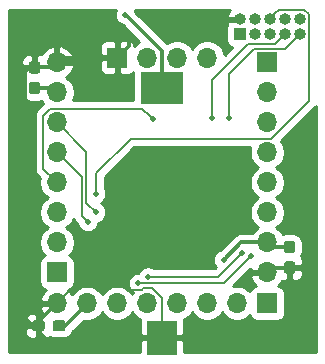
<source format=gbl>
G04 #@! TF.GenerationSoftware,KiCad,Pcbnew,(5.1.5-0-10_14)*
G04 #@! TF.CreationDate,2020-04-26T19:30:02+09:00*
G04 #@! TF.ProjectId,TriCon,54726943-6f6e-42e6-9b69-6361645f7063,1.0*
G04 #@! TF.SameCoordinates,Original*
G04 #@! TF.FileFunction,Copper,L2,Bot*
G04 #@! TF.FilePolarity,Positive*
%FSLAX46Y46*%
G04 Gerber Fmt 4.6, Leading zero omitted, Abs format (unit mm)*
G04 Created by KiCad (PCBNEW (5.1.5-0-10_14)) date 2020-04-26 19:30:02*
%MOMM*%
%LPD*%
G04 APERTURE LIST*
%ADD10R,3.600000X2.700000*%
%ADD11R,2.500000X3.000000*%
%ADD12O,1.000000X1.000000*%
%ADD13R,1.000000X1.000000*%
%ADD14O,1.700000X1.700000*%
%ADD15R,1.700000X1.700000*%
%ADD16C,0.100000*%
%ADD17C,0.508000*%
%ADD18C,0.304800*%
%ADD19C,0.203200*%
%ADD20C,0.254000*%
G04 APERTURE END LIST*
D10*
X149900000Y-90700000D03*
D11*
X149900000Y-111800000D03*
D12*
X161540000Y-84830000D03*
X161540000Y-86100000D03*
X160270000Y-84830000D03*
X160270000Y-86100000D03*
X159000000Y-84830000D03*
X159000000Y-86100000D03*
X157730000Y-84830000D03*
X157730000Y-86100000D03*
X156460000Y-84830000D03*
D13*
X156460000Y-86100000D03*
D14*
X153720000Y-88100000D03*
X151180000Y-88100000D03*
X148640000Y-88100000D03*
D15*
X146100000Y-88100000D03*
D14*
X141020000Y-108900000D03*
X143560000Y-108900000D03*
X146100000Y-108900000D03*
X148640000Y-108900000D03*
X151180000Y-108900000D03*
X153720000Y-108900000D03*
X156260000Y-108900000D03*
D15*
X158800000Y-108900000D03*
D14*
X158800000Y-106280000D03*
X158800000Y-103740000D03*
X158800000Y-101200000D03*
X158800000Y-98660000D03*
X158800000Y-96120000D03*
X158800000Y-93580000D03*
X158800000Y-91040000D03*
D15*
X158800000Y-88500000D03*
D14*
X141000000Y-88500000D03*
X141000000Y-91040000D03*
X141000000Y-93580000D03*
X141000000Y-96120000D03*
X141000000Y-98660000D03*
X141000000Y-101200000D03*
X141000000Y-103740000D03*
D15*
X141000000Y-106280000D03*
G04 #@! TA.AperFunction,SMDPad,CuDef*
D16*
G36*
X160960779Y-105351144D02*
G01*
X160983834Y-105354563D01*
X161006443Y-105360227D01*
X161028387Y-105368079D01*
X161049457Y-105378044D01*
X161069448Y-105390026D01*
X161088168Y-105403910D01*
X161105438Y-105419562D01*
X161121090Y-105436832D01*
X161134974Y-105455552D01*
X161146956Y-105475543D01*
X161156921Y-105496613D01*
X161164773Y-105518557D01*
X161170437Y-105541166D01*
X161173856Y-105564221D01*
X161175000Y-105587500D01*
X161175000Y-106162500D01*
X161173856Y-106185779D01*
X161170437Y-106208834D01*
X161164773Y-106231443D01*
X161156921Y-106253387D01*
X161146956Y-106274457D01*
X161134974Y-106294448D01*
X161121090Y-106313168D01*
X161105438Y-106330438D01*
X161088168Y-106346090D01*
X161069448Y-106359974D01*
X161049457Y-106371956D01*
X161028387Y-106381921D01*
X161006443Y-106389773D01*
X160983834Y-106395437D01*
X160960779Y-106398856D01*
X160937500Y-106400000D01*
X160462500Y-106400000D01*
X160439221Y-106398856D01*
X160416166Y-106395437D01*
X160393557Y-106389773D01*
X160371613Y-106381921D01*
X160350543Y-106371956D01*
X160330552Y-106359974D01*
X160311832Y-106346090D01*
X160294562Y-106330438D01*
X160278910Y-106313168D01*
X160265026Y-106294448D01*
X160253044Y-106274457D01*
X160243079Y-106253387D01*
X160235227Y-106231443D01*
X160229563Y-106208834D01*
X160226144Y-106185779D01*
X160225000Y-106162500D01*
X160225000Y-105587500D01*
X160226144Y-105564221D01*
X160229563Y-105541166D01*
X160235227Y-105518557D01*
X160243079Y-105496613D01*
X160253044Y-105475543D01*
X160265026Y-105455552D01*
X160278910Y-105436832D01*
X160294562Y-105419562D01*
X160311832Y-105403910D01*
X160330552Y-105390026D01*
X160350543Y-105378044D01*
X160371613Y-105368079D01*
X160393557Y-105360227D01*
X160416166Y-105354563D01*
X160439221Y-105351144D01*
X160462500Y-105350000D01*
X160937500Y-105350000D01*
X160960779Y-105351144D01*
G37*
G04 #@! TD.AperFunction*
G04 #@! TA.AperFunction,SMDPad,CuDef*
G36*
X160960779Y-103601144D02*
G01*
X160983834Y-103604563D01*
X161006443Y-103610227D01*
X161028387Y-103618079D01*
X161049457Y-103628044D01*
X161069448Y-103640026D01*
X161088168Y-103653910D01*
X161105438Y-103669562D01*
X161121090Y-103686832D01*
X161134974Y-103705552D01*
X161146956Y-103725543D01*
X161156921Y-103746613D01*
X161164773Y-103768557D01*
X161170437Y-103791166D01*
X161173856Y-103814221D01*
X161175000Y-103837500D01*
X161175000Y-104412500D01*
X161173856Y-104435779D01*
X161170437Y-104458834D01*
X161164773Y-104481443D01*
X161156921Y-104503387D01*
X161146956Y-104524457D01*
X161134974Y-104544448D01*
X161121090Y-104563168D01*
X161105438Y-104580438D01*
X161088168Y-104596090D01*
X161069448Y-104609974D01*
X161049457Y-104621956D01*
X161028387Y-104631921D01*
X161006443Y-104639773D01*
X160983834Y-104645437D01*
X160960779Y-104648856D01*
X160937500Y-104650000D01*
X160462500Y-104650000D01*
X160439221Y-104648856D01*
X160416166Y-104645437D01*
X160393557Y-104639773D01*
X160371613Y-104631921D01*
X160350543Y-104621956D01*
X160330552Y-104609974D01*
X160311832Y-104596090D01*
X160294562Y-104580438D01*
X160278910Y-104563168D01*
X160265026Y-104544448D01*
X160253044Y-104524457D01*
X160243079Y-104503387D01*
X160235227Y-104481443D01*
X160229563Y-104458834D01*
X160226144Y-104435779D01*
X160225000Y-104412500D01*
X160225000Y-103837500D01*
X160226144Y-103814221D01*
X160229563Y-103791166D01*
X160235227Y-103768557D01*
X160243079Y-103746613D01*
X160253044Y-103725543D01*
X160265026Y-103705552D01*
X160278910Y-103686832D01*
X160294562Y-103669562D01*
X160311832Y-103653910D01*
X160330552Y-103640026D01*
X160350543Y-103628044D01*
X160371613Y-103618079D01*
X160393557Y-103610227D01*
X160416166Y-103604563D01*
X160439221Y-103601144D01*
X160462500Y-103600000D01*
X160937500Y-103600000D01*
X160960779Y-103601144D01*
G37*
G04 #@! TD.AperFunction*
G04 #@! TA.AperFunction,SMDPad,CuDef*
G36*
X139735779Y-110326144D02*
G01*
X139758834Y-110329563D01*
X139781443Y-110335227D01*
X139803387Y-110343079D01*
X139824457Y-110353044D01*
X139844448Y-110365026D01*
X139863168Y-110378910D01*
X139880438Y-110394562D01*
X139896090Y-110411832D01*
X139909974Y-110430552D01*
X139921956Y-110450543D01*
X139931921Y-110471613D01*
X139939773Y-110493557D01*
X139945437Y-110516166D01*
X139948856Y-110539221D01*
X139950000Y-110562500D01*
X139950000Y-111037500D01*
X139948856Y-111060779D01*
X139945437Y-111083834D01*
X139939773Y-111106443D01*
X139931921Y-111128387D01*
X139921956Y-111149457D01*
X139909974Y-111169448D01*
X139896090Y-111188168D01*
X139880438Y-111205438D01*
X139863168Y-111221090D01*
X139844448Y-111234974D01*
X139824457Y-111246956D01*
X139803387Y-111256921D01*
X139781443Y-111264773D01*
X139758834Y-111270437D01*
X139735779Y-111273856D01*
X139712500Y-111275000D01*
X139137500Y-111275000D01*
X139114221Y-111273856D01*
X139091166Y-111270437D01*
X139068557Y-111264773D01*
X139046613Y-111256921D01*
X139025543Y-111246956D01*
X139005552Y-111234974D01*
X138986832Y-111221090D01*
X138969562Y-111205438D01*
X138953910Y-111188168D01*
X138940026Y-111169448D01*
X138928044Y-111149457D01*
X138918079Y-111128387D01*
X138910227Y-111106443D01*
X138904563Y-111083834D01*
X138901144Y-111060779D01*
X138900000Y-111037500D01*
X138900000Y-110562500D01*
X138901144Y-110539221D01*
X138904563Y-110516166D01*
X138910227Y-110493557D01*
X138918079Y-110471613D01*
X138928044Y-110450543D01*
X138940026Y-110430552D01*
X138953910Y-110411832D01*
X138969562Y-110394562D01*
X138986832Y-110378910D01*
X139005552Y-110365026D01*
X139025543Y-110353044D01*
X139046613Y-110343079D01*
X139068557Y-110335227D01*
X139091166Y-110329563D01*
X139114221Y-110326144D01*
X139137500Y-110325000D01*
X139712500Y-110325000D01*
X139735779Y-110326144D01*
G37*
G04 #@! TD.AperFunction*
G04 #@! TA.AperFunction,SMDPad,CuDef*
G36*
X141485779Y-110326144D02*
G01*
X141508834Y-110329563D01*
X141531443Y-110335227D01*
X141553387Y-110343079D01*
X141574457Y-110353044D01*
X141594448Y-110365026D01*
X141613168Y-110378910D01*
X141630438Y-110394562D01*
X141646090Y-110411832D01*
X141659974Y-110430552D01*
X141671956Y-110450543D01*
X141681921Y-110471613D01*
X141689773Y-110493557D01*
X141695437Y-110516166D01*
X141698856Y-110539221D01*
X141700000Y-110562500D01*
X141700000Y-111037500D01*
X141698856Y-111060779D01*
X141695437Y-111083834D01*
X141689773Y-111106443D01*
X141681921Y-111128387D01*
X141671956Y-111149457D01*
X141659974Y-111169448D01*
X141646090Y-111188168D01*
X141630438Y-111205438D01*
X141613168Y-111221090D01*
X141594448Y-111234974D01*
X141574457Y-111246956D01*
X141553387Y-111256921D01*
X141531443Y-111264773D01*
X141508834Y-111270437D01*
X141485779Y-111273856D01*
X141462500Y-111275000D01*
X140887500Y-111275000D01*
X140864221Y-111273856D01*
X140841166Y-111270437D01*
X140818557Y-111264773D01*
X140796613Y-111256921D01*
X140775543Y-111246956D01*
X140755552Y-111234974D01*
X140736832Y-111221090D01*
X140719562Y-111205438D01*
X140703910Y-111188168D01*
X140690026Y-111169448D01*
X140678044Y-111149457D01*
X140668079Y-111128387D01*
X140660227Y-111106443D01*
X140654563Y-111083834D01*
X140651144Y-111060779D01*
X140650000Y-111037500D01*
X140650000Y-110562500D01*
X140651144Y-110539221D01*
X140654563Y-110516166D01*
X140660227Y-110493557D01*
X140668079Y-110471613D01*
X140678044Y-110450543D01*
X140690026Y-110430552D01*
X140703910Y-110411832D01*
X140719562Y-110394562D01*
X140736832Y-110378910D01*
X140755552Y-110365026D01*
X140775543Y-110353044D01*
X140796613Y-110343079D01*
X140818557Y-110335227D01*
X140841166Y-110329563D01*
X140864221Y-110326144D01*
X140887500Y-110325000D01*
X141462500Y-110325000D01*
X141485779Y-110326144D01*
G37*
G04 #@! TD.AperFunction*
G04 #@! TA.AperFunction,SMDPad,CuDef*
G36*
X139360779Y-88401144D02*
G01*
X139383834Y-88404563D01*
X139406443Y-88410227D01*
X139428387Y-88418079D01*
X139449457Y-88428044D01*
X139469448Y-88440026D01*
X139488168Y-88453910D01*
X139505438Y-88469562D01*
X139521090Y-88486832D01*
X139534974Y-88505552D01*
X139546956Y-88525543D01*
X139556921Y-88546613D01*
X139564773Y-88568557D01*
X139570437Y-88591166D01*
X139573856Y-88614221D01*
X139575000Y-88637500D01*
X139575000Y-89212500D01*
X139573856Y-89235779D01*
X139570437Y-89258834D01*
X139564773Y-89281443D01*
X139556921Y-89303387D01*
X139546956Y-89324457D01*
X139534974Y-89344448D01*
X139521090Y-89363168D01*
X139505438Y-89380438D01*
X139488168Y-89396090D01*
X139469448Y-89409974D01*
X139449457Y-89421956D01*
X139428387Y-89431921D01*
X139406443Y-89439773D01*
X139383834Y-89445437D01*
X139360779Y-89448856D01*
X139337500Y-89450000D01*
X138862500Y-89450000D01*
X138839221Y-89448856D01*
X138816166Y-89445437D01*
X138793557Y-89439773D01*
X138771613Y-89431921D01*
X138750543Y-89421956D01*
X138730552Y-89409974D01*
X138711832Y-89396090D01*
X138694562Y-89380438D01*
X138678910Y-89363168D01*
X138665026Y-89344448D01*
X138653044Y-89324457D01*
X138643079Y-89303387D01*
X138635227Y-89281443D01*
X138629563Y-89258834D01*
X138626144Y-89235779D01*
X138625000Y-89212500D01*
X138625000Y-88637500D01*
X138626144Y-88614221D01*
X138629563Y-88591166D01*
X138635227Y-88568557D01*
X138643079Y-88546613D01*
X138653044Y-88525543D01*
X138665026Y-88505552D01*
X138678910Y-88486832D01*
X138694562Y-88469562D01*
X138711832Y-88453910D01*
X138730552Y-88440026D01*
X138750543Y-88428044D01*
X138771613Y-88418079D01*
X138793557Y-88410227D01*
X138816166Y-88404563D01*
X138839221Y-88401144D01*
X138862500Y-88400000D01*
X139337500Y-88400000D01*
X139360779Y-88401144D01*
G37*
G04 #@! TD.AperFunction*
G04 #@! TA.AperFunction,SMDPad,CuDef*
G36*
X139360779Y-90151144D02*
G01*
X139383834Y-90154563D01*
X139406443Y-90160227D01*
X139428387Y-90168079D01*
X139449457Y-90178044D01*
X139469448Y-90190026D01*
X139488168Y-90203910D01*
X139505438Y-90219562D01*
X139521090Y-90236832D01*
X139534974Y-90255552D01*
X139546956Y-90275543D01*
X139556921Y-90296613D01*
X139564773Y-90318557D01*
X139570437Y-90341166D01*
X139573856Y-90364221D01*
X139575000Y-90387500D01*
X139575000Y-90962500D01*
X139573856Y-90985779D01*
X139570437Y-91008834D01*
X139564773Y-91031443D01*
X139556921Y-91053387D01*
X139546956Y-91074457D01*
X139534974Y-91094448D01*
X139521090Y-91113168D01*
X139505438Y-91130438D01*
X139488168Y-91146090D01*
X139469448Y-91159974D01*
X139449457Y-91171956D01*
X139428387Y-91181921D01*
X139406443Y-91189773D01*
X139383834Y-91195437D01*
X139360779Y-91198856D01*
X139337500Y-91200000D01*
X138862500Y-91200000D01*
X138839221Y-91198856D01*
X138816166Y-91195437D01*
X138793557Y-91189773D01*
X138771613Y-91181921D01*
X138750543Y-91171956D01*
X138730552Y-91159974D01*
X138711832Y-91146090D01*
X138694562Y-91130438D01*
X138678910Y-91113168D01*
X138665026Y-91094448D01*
X138653044Y-91074457D01*
X138643079Y-91053387D01*
X138635227Y-91031443D01*
X138629563Y-91008834D01*
X138626144Y-90985779D01*
X138625000Y-90962500D01*
X138625000Y-90387500D01*
X138626144Y-90364221D01*
X138629563Y-90341166D01*
X138635227Y-90318557D01*
X138643079Y-90296613D01*
X138653044Y-90275543D01*
X138665026Y-90255552D01*
X138678910Y-90236832D01*
X138694562Y-90219562D01*
X138711832Y-90203910D01*
X138730552Y-90190026D01*
X138750543Y-90178044D01*
X138771613Y-90168079D01*
X138793557Y-90160227D01*
X138816166Y-90154563D01*
X138839221Y-90151144D01*
X138862500Y-90150000D01*
X139337500Y-90150000D01*
X139360779Y-90151144D01*
G37*
G04 #@! TD.AperFunction*
D17*
X147100000Y-86100000D03*
X146800000Y-84500000D03*
X155100000Y-105200000D03*
X154100000Y-93200000D03*
X144300000Y-99600000D03*
X144300000Y-101200000D03*
X143600000Y-102000000D03*
X149100000Y-93300000D03*
X157400000Y-104900000D03*
X147900000Y-107200000D03*
X156700000Y-104600000D03*
X148700000Y-106641200D03*
X155600000Y-93200000D03*
D18*
X140575000Y-88925000D02*
X141000000Y-88500000D01*
X139100000Y-88925000D02*
X140575000Y-88925000D01*
X139425000Y-111275000D02*
X139425000Y-110800000D01*
X140050000Y-111900000D02*
X139425000Y-111275000D01*
X149900000Y-111900000D02*
X140050000Y-111900000D01*
X149900000Y-111900000D02*
X159400000Y-111900000D01*
X160700000Y-110600000D02*
X160700000Y-105875000D01*
X159400000Y-111900000D02*
X160700000Y-110600000D01*
X138625000Y-88925000D02*
X139100000Y-88925000D01*
X138269390Y-110169390D02*
X138269390Y-89280610D01*
X138900000Y-110800000D02*
X138269390Y-110169390D01*
X138269390Y-89280610D02*
X138625000Y-88925000D01*
X139425000Y-110800000D02*
X138900000Y-110800000D01*
X141400000Y-88100000D02*
X141000000Y-88500000D01*
X146100000Y-88100000D02*
X141400000Y-88100000D01*
X147100000Y-87100000D02*
X146100000Y-88100000D01*
X147100000Y-86100000D02*
X147100000Y-87100000D01*
X159205000Y-105875000D02*
X158800000Y-106280000D01*
X160700000Y-105875000D02*
X159205000Y-105875000D01*
X139425000Y-110495000D02*
X141020000Y-108900000D01*
X139425000Y-110800000D02*
X139425000Y-110495000D01*
D19*
X141869999Y-108050001D02*
X141020000Y-108900000D01*
X142820000Y-107100000D02*
X141869999Y-108050001D01*
X147158801Y-107758801D02*
X146500000Y-107100000D01*
X146500000Y-107100000D02*
X142820000Y-107100000D01*
X148168225Y-107758801D02*
X147158801Y-107758801D01*
X148320616Y-107606410D02*
X148168225Y-107758801D01*
X149055516Y-107606410D02*
X148320616Y-107606410D01*
X149900000Y-108450894D02*
X149055516Y-107606410D01*
X149900000Y-111900000D02*
X149900000Y-108450894D01*
D18*
X146824290Y-84500000D02*
X146800000Y-84500000D01*
X149900000Y-87575710D02*
X146824290Y-84500000D01*
X149900000Y-90600000D02*
X149900000Y-87575710D01*
X140635000Y-90675000D02*
X141000000Y-91040000D01*
X139100000Y-90675000D02*
X140635000Y-90675000D01*
X159185000Y-104125000D02*
X158800000Y-103740000D01*
X160700000Y-104125000D02*
X159185000Y-104125000D01*
X143560000Y-108940000D02*
X143560000Y-108900000D01*
X141700000Y-110800000D02*
X143560000Y-108940000D01*
X141175000Y-110800000D02*
X141700000Y-110800000D01*
X156560000Y-103740000D02*
X155100000Y-105200000D01*
X158800000Y-103740000D02*
X156560000Y-103740000D01*
D19*
X154100000Y-90009602D02*
X154100000Y-93200000D01*
X157204801Y-86904801D02*
X154100000Y-90009602D01*
X159465199Y-86904801D02*
X160270000Y-86100000D01*
X157204801Y-86904801D02*
X159465199Y-86904801D01*
X159499999Y-84330001D02*
X159000000Y-84830000D01*
X159804801Y-84025199D02*
X159499999Y-84330001D01*
X161926305Y-84025199D02*
X159804801Y-84025199D01*
X162344801Y-91744305D02*
X162344801Y-84443695D01*
X159123907Y-94965199D02*
X162344801Y-91744305D01*
X162344801Y-84443695D02*
X161926305Y-84025199D01*
X147234801Y-94965199D02*
X159123907Y-94965199D01*
X144300000Y-97900000D02*
X147234801Y-94965199D01*
X144300000Y-99600000D02*
X144300000Y-97900000D01*
X141000000Y-93580000D02*
X143500000Y-96080000D01*
X143500000Y-100400000D02*
X144300000Y-101200000D01*
X143500000Y-96080000D02*
X143500000Y-100400000D01*
X141849999Y-96969999D02*
X141000000Y-96120000D01*
X143093590Y-101493590D02*
X143093590Y-98213590D01*
X143093590Y-98213590D02*
X141849999Y-96969999D01*
X143600000Y-102000000D02*
X143093590Y-101493590D01*
X148225199Y-92425199D02*
X148846001Y-93046001D01*
X140445695Y-92425199D02*
X148225199Y-92425199D01*
X148846001Y-93046001D02*
X149100000Y-93300000D01*
X139845199Y-97505199D02*
X139845199Y-93025695D01*
X139845199Y-93025695D02*
X140445695Y-92425199D01*
X141000000Y-98660000D02*
X139845199Y-97505199D01*
X155100000Y-107200000D02*
X147900000Y-107200000D01*
X157400000Y-104900000D02*
X155100000Y-107200000D01*
X154658800Y-106641200D02*
X148700000Y-106641200D01*
X156700000Y-104600000D02*
X154658800Y-106641200D01*
X155600000Y-89451358D02*
X157706159Y-87345199D01*
X160294801Y-87345199D02*
X161540000Y-86100000D01*
X157706159Y-87345199D02*
X160294801Y-87345199D01*
X155600000Y-93200000D02*
X155600000Y-89451358D01*
D20*
G36*
X146012179Y-84078901D02*
G01*
X145945164Y-84240688D01*
X145911000Y-84412441D01*
X145911000Y-84587559D01*
X145945164Y-84759312D01*
X146012179Y-84921099D01*
X146109469Y-85066704D01*
X146233296Y-85190531D01*
X146378901Y-85287821D01*
X146540688Y-85354836D01*
X146571756Y-85361016D01*
X147977715Y-86766975D01*
X147936589Y-86784010D01*
X147693368Y-86946525D01*
X147561513Y-87078380D01*
X147539502Y-87005820D01*
X147480537Y-86895506D01*
X147401185Y-86798815D01*
X147304494Y-86719463D01*
X147194180Y-86660498D01*
X147074482Y-86624188D01*
X146950000Y-86611928D01*
X146385750Y-86615000D01*
X146227000Y-86773750D01*
X146227000Y-87973000D01*
X146247000Y-87973000D01*
X146247000Y-88227000D01*
X146227000Y-88227000D01*
X146227000Y-89426250D01*
X146385750Y-89585000D01*
X146950000Y-89588072D01*
X147074482Y-89575812D01*
X147194180Y-89539502D01*
X147304494Y-89480537D01*
X147401185Y-89401185D01*
X147464483Y-89324056D01*
X147461928Y-89350000D01*
X147461928Y-91688599D01*
X142338694Y-91688599D01*
X142427932Y-91473158D01*
X142485000Y-91186260D01*
X142485000Y-90893740D01*
X142427932Y-90606842D01*
X142315990Y-90336589D01*
X142153475Y-90093368D01*
X141946632Y-89886525D01*
X141764466Y-89764805D01*
X141881355Y-89695178D01*
X142097588Y-89500269D01*
X142271641Y-89266920D01*
X142396825Y-89004099D01*
X142413234Y-88950000D01*
X144611928Y-88950000D01*
X144624188Y-89074482D01*
X144660498Y-89194180D01*
X144719463Y-89304494D01*
X144798815Y-89401185D01*
X144895506Y-89480537D01*
X145005820Y-89539502D01*
X145125518Y-89575812D01*
X145250000Y-89588072D01*
X145814250Y-89585000D01*
X145973000Y-89426250D01*
X145973000Y-88227000D01*
X144773750Y-88227000D01*
X144615000Y-88385750D01*
X144611928Y-88950000D01*
X142413234Y-88950000D01*
X142441476Y-88856890D01*
X142320155Y-88627000D01*
X141127000Y-88627000D01*
X141127000Y-88647000D01*
X140873000Y-88647000D01*
X140873000Y-88627000D01*
X140853000Y-88627000D01*
X140853000Y-88373000D01*
X140873000Y-88373000D01*
X140873000Y-87179186D01*
X141127000Y-87179186D01*
X141127000Y-88373000D01*
X142320155Y-88373000D01*
X142441476Y-88143110D01*
X142396825Y-87995901D01*
X142271641Y-87733080D01*
X142097588Y-87499731D01*
X141881355Y-87304822D01*
X141789321Y-87250000D01*
X144611928Y-87250000D01*
X144615000Y-87814250D01*
X144773750Y-87973000D01*
X145973000Y-87973000D01*
X145973000Y-86773750D01*
X145814250Y-86615000D01*
X145250000Y-86611928D01*
X145125518Y-86624188D01*
X145005820Y-86660498D01*
X144895506Y-86719463D01*
X144798815Y-86798815D01*
X144719463Y-86895506D01*
X144660498Y-87005820D01*
X144624188Y-87125518D01*
X144611928Y-87250000D01*
X141789321Y-87250000D01*
X141631252Y-87155843D01*
X141356891Y-87058519D01*
X141127000Y-87179186D01*
X140873000Y-87179186D01*
X140643109Y-87058519D01*
X140368748Y-87155843D01*
X140118645Y-87304822D01*
X139902412Y-87499731D01*
X139728359Y-87733080D01*
X139707605Y-87776652D01*
X139699482Y-87774188D01*
X139575000Y-87761928D01*
X139385750Y-87765000D01*
X139227000Y-87923750D01*
X139227000Y-88798000D01*
X139247000Y-88798000D01*
X139247000Y-89052000D01*
X139227000Y-89052000D01*
X139227000Y-89072000D01*
X138973000Y-89072000D01*
X138973000Y-89052000D01*
X138148750Y-89052000D01*
X137990000Y-89210750D01*
X137986928Y-89450000D01*
X137999188Y-89574482D01*
X138035498Y-89694180D01*
X138094463Y-89804494D01*
X138154099Y-89877161D01*
X138134488Y-89901058D01*
X138053577Y-90052433D01*
X138003752Y-90216684D01*
X137986928Y-90387500D01*
X137986928Y-90962500D01*
X138003752Y-91133316D01*
X138053577Y-91297567D01*
X138134488Y-91448942D01*
X138243377Y-91581623D01*
X138376058Y-91690512D01*
X138527433Y-91771423D01*
X138691684Y-91821248D01*
X138862500Y-91838072D01*
X139337500Y-91838072D01*
X139508316Y-91821248D01*
X139672567Y-91771423D01*
X139694790Y-91759545D01*
X139844934Y-91984250D01*
X139349931Y-92479254D01*
X139321825Y-92502320D01*
X139298759Y-92530426D01*
X139298757Y-92530428D01*
X139229775Y-92614483D01*
X139161377Y-92742448D01*
X139119258Y-92881297D01*
X139105035Y-93025695D01*
X139108600Y-93061888D01*
X139108599Y-97469016D01*
X139105035Y-97505199D01*
X139108599Y-97541382D01*
X139108599Y-97541384D01*
X139119257Y-97649597D01*
X139161377Y-97788447D01*
X139229775Y-97916411D01*
X139321824Y-98028573D01*
X139349931Y-98051640D01*
X139564281Y-98265990D01*
X139515000Y-98513740D01*
X139515000Y-98806260D01*
X139572068Y-99093158D01*
X139684010Y-99363411D01*
X139846525Y-99606632D01*
X140053368Y-99813475D01*
X140227760Y-99930000D01*
X140053368Y-100046525D01*
X139846525Y-100253368D01*
X139684010Y-100496589D01*
X139572068Y-100766842D01*
X139515000Y-101053740D01*
X139515000Y-101346260D01*
X139572068Y-101633158D01*
X139684010Y-101903411D01*
X139846525Y-102146632D01*
X140053368Y-102353475D01*
X140227760Y-102470000D01*
X140053368Y-102586525D01*
X139846525Y-102793368D01*
X139684010Y-103036589D01*
X139572068Y-103306842D01*
X139515000Y-103593740D01*
X139515000Y-103886260D01*
X139572068Y-104173158D01*
X139684010Y-104443411D01*
X139846525Y-104686632D01*
X139978380Y-104818487D01*
X139905820Y-104840498D01*
X139795506Y-104899463D01*
X139698815Y-104978815D01*
X139619463Y-105075506D01*
X139560498Y-105185820D01*
X139524188Y-105305518D01*
X139511928Y-105430000D01*
X139511928Y-107130000D01*
X139524188Y-107254482D01*
X139560498Y-107374180D01*
X139619463Y-107484494D01*
X139698815Y-107581185D01*
X139795506Y-107660537D01*
X139905820Y-107719502D01*
X140025518Y-107755812D01*
X140075594Y-107760744D01*
X140019731Y-107802412D01*
X139824822Y-108018645D01*
X139675843Y-108268748D01*
X139578519Y-108543109D01*
X139699186Y-108773000D01*
X140893000Y-108773000D01*
X140893000Y-108753000D01*
X141147000Y-108753000D01*
X141147000Y-108773000D01*
X141167000Y-108773000D01*
X141167000Y-109027000D01*
X141147000Y-109027000D01*
X141147000Y-109047000D01*
X140893000Y-109047000D01*
X140893000Y-109027000D01*
X139699186Y-109027000D01*
X139578519Y-109256891D01*
X139675843Y-109531252D01*
X139769952Y-109689240D01*
X139710750Y-109690000D01*
X139552000Y-109848750D01*
X139552000Y-110673000D01*
X139572000Y-110673000D01*
X139572000Y-110927000D01*
X139552000Y-110927000D01*
X139552000Y-111751250D01*
X139710750Y-111910000D01*
X139950000Y-111913072D01*
X140074482Y-111900812D01*
X140194180Y-111864502D01*
X140304494Y-111805537D01*
X140377161Y-111745901D01*
X140401058Y-111765512D01*
X140552433Y-111846423D01*
X140716684Y-111896248D01*
X140887500Y-111913072D01*
X141462500Y-111913072D01*
X141633316Y-111896248D01*
X141797567Y-111846423D01*
X141948942Y-111765512D01*
X142081623Y-111656623D01*
X142190512Y-111523942D01*
X142271423Y-111372567D01*
X142284678Y-111328872D01*
X143259276Y-110354275D01*
X143413740Y-110385000D01*
X143706260Y-110385000D01*
X143993158Y-110327932D01*
X144263411Y-110215990D01*
X144506632Y-110053475D01*
X144713475Y-109846632D01*
X144830000Y-109672240D01*
X144946525Y-109846632D01*
X145153368Y-110053475D01*
X145396589Y-110215990D01*
X145666842Y-110327932D01*
X145953740Y-110385000D01*
X146246260Y-110385000D01*
X146533158Y-110327932D01*
X146803411Y-110215990D01*
X147046632Y-110053475D01*
X147253475Y-109846632D01*
X147370000Y-109672240D01*
X147486525Y-109846632D01*
X147693368Y-110053475D01*
X147936589Y-110215990D01*
X148016925Y-110249266D01*
X148011928Y-110300000D01*
X148015000Y-111514250D01*
X148173750Y-111673000D01*
X149773000Y-111673000D01*
X149773000Y-111653000D01*
X150027000Y-111653000D01*
X150027000Y-111673000D01*
X151626250Y-111673000D01*
X151785000Y-111514250D01*
X151788072Y-110300000D01*
X151783859Y-110257226D01*
X151883411Y-110215990D01*
X152126632Y-110053475D01*
X152333475Y-109846632D01*
X152450000Y-109672240D01*
X152566525Y-109846632D01*
X152773368Y-110053475D01*
X153016589Y-110215990D01*
X153286842Y-110327932D01*
X153573740Y-110385000D01*
X153866260Y-110385000D01*
X154153158Y-110327932D01*
X154423411Y-110215990D01*
X154666632Y-110053475D01*
X154873475Y-109846632D01*
X154990000Y-109672240D01*
X155106525Y-109846632D01*
X155313368Y-110053475D01*
X155556589Y-110215990D01*
X155826842Y-110327932D01*
X156113740Y-110385000D01*
X156406260Y-110385000D01*
X156693158Y-110327932D01*
X156963411Y-110215990D01*
X157206632Y-110053475D01*
X157338487Y-109921620D01*
X157360498Y-109994180D01*
X157419463Y-110104494D01*
X157498815Y-110201185D01*
X157595506Y-110280537D01*
X157705820Y-110339502D01*
X157825518Y-110375812D01*
X157950000Y-110388072D01*
X159650000Y-110388072D01*
X159774482Y-110375812D01*
X159894180Y-110339502D01*
X160004494Y-110280537D01*
X160101185Y-110201185D01*
X160180537Y-110104494D01*
X160239502Y-109994180D01*
X160275812Y-109874482D01*
X160288072Y-109750000D01*
X160288072Y-108050000D01*
X160275812Y-107925518D01*
X160239502Y-107805820D01*
X160180537Y-107695506D01*
X160101185Y-107598815D01*
X160004494Y-107519463D01*
X159894180Y-107460498D01*
X159774482Y-107424188D01*
X159741525Y-107420942D01*
X159897588Y-107280269D01*
X160071641Y-107046920D01*
X160084071Y-107020823D01*
X160100518Y-107025812D01*
X160225000Y-107038072D01*
X160414250Y-107035000D01*
X160573000Y-106876250D01*
X160573000Y-106002000D01*
X160827000Y-106002000D01*
X160827000Y-106876250D01*
X160985750Y-107035000D01*
X161175000Y-107038072D01*
X161299482Y-107025812D01*
X161419180Y-106989502D01*
X161529494Y-106930537D01*
X161626185Y-106851185D01*
X161705537Y-106754494D01*
X161764502Y-106644180D01*
X161800812Y-106524482D01*
X161813072Y-106400000D01*
X161810000Y-106160750D01*
X161651250Y-106002000D01*
X160827000Y-106002000D01*
X160573000Y-106002000D01*
X160553000Y-106002000D01*
X160553000Y-105748000D01*
X160573000Y-105748000D01*
X160573000Y-105728000D01*
X160827000Y-105728000D01*
X160827000Y-105748000D01*
X161651250Y-105748000D01*
X161810000Y-105589250D01*
X161813072Y-105350000D01*
X161800812Y-105225518D01*
X161764502Y-105105820D01*
X161705537Y-104995506D01*
X161645901Y-104922839D01*
X161665512Y-104898942D01*
X161746423Y-104747567D01*
X161796248Y-104583316D01*
X161813072Y-104412500D01*
X161813072Y-103837500D01*
X161796248Y-103666684D01*
X161746423Y-103502433D01*
X161665512Y-103351058D01*
X161556623Y-103218377D01*
X161423942Y-103109488D01*
X161272567Y-103028577D01*
X161108316Y-102978752D01*
X160937500Y-102961928D01*
X160462500Y-102961928D01*
X160291684Y-102978752D01*
X160127433Y-103028577D01*
X160115057Y-103035192D01*
X159953475Y-102793368D01*
X159746632Y-102586525D01*
X159572240Y-102470000D01*
X159746632Y-102353475D01*
X159953475Y-102146632D01*
X160115990Y-101903411D01*
X160227932Y-101633158D01*
X160285000Y-101346260D01*
X160285000Y-101053740D01*
X160227932Y-100766842D01*
X160115990Y-100496589D01*
X159953475Y-100253368D01*
X159746632Y-100046525D01*
X159572240Y-99930000D01*
X159746632Y-99813475D01*
X159953475Y-99606632D01*
X160115990Y-99363411D01*
X160227932Y-99093158D01*
X160285000Y-98806260D01*
X160285000Y-98513740D01*
X160227932Y-98226842D01*
X160115990Y-97956589D01*
X159953475Y-97713368D01*
X159746632Y-97506525D01*
X159572240Y-97390000D01*
X159746632Y-97273475D01*
X159953475Y-97066632D01*
X160115990Y-96823411D01*
X160227932Y-96553158D01*
X160285000Y-96266260D01*
X160285000Y-95973740D01*
X160227932Y-95686842D01*
X160115990Y-95416589D01*
X159955066Y-95175749D01*
X162840074Y-92290742D01*
X162868175Y-92267680D01*
X162891238Y-92239578D01*
X162891243Y-92239573D01*
X162940000Y-92180162D01*
X162940001Y-113040000D01*
X151787414Y-113040000D01*
X151785000Y-112085750D01*
X151626250Y-111927000D01*
X150027000Y-111927000D01*
X150027000Y-111947000D01*
X149773000Y-111947000D01*
X149773000Y-111927000D01*
X148173750Y-111927000D01*
X148015000Y-112085750D01*
X148012586Y-113040000D01*
X136960000Y-113040000D01*
X136960000Y-111275000D01*
X138261928Y-111275000D01*
X138274188Y-111399482D01*
X138310498Y-111519180D01*
X138369463Y-111629494D01*
X138448815Y-111726185D01*
X138545506Y-111805537D01*
X138655820Y-111864502D01*
X138775518Y-111900812D01*
X138900000Y-111913072D01*
X139139250Y-111910000D01*
X139298000Y-111751250D01*
X139298000Y-110927000D01*
X138423750Y-110927000D01*
X138265000Y-111085750D01*
X138261928Y-111275000D01*
X136960000Y-111275000D01*
X136960000Y-110325000D01*
X138261928Y-110325000D01*
X138265000Y-110514250D01*
X138423750Y-110673000D01*
X139298000Y-110673000D01*
X139298000Y-109848750D01*
X139139250Y-109690000D01*
X138900000Y-109686928D01*
X138775518Y-109699188D01*
X138655820Y-109735498D01*
X138545506Y-109794463D01*
X138448815Y-109873815D01*
X138369463Y-109970506D01*
X138310498Y-110080820D01*
X138274188Y-110200518D01*
X138261928Y-110325000D01*
X136960000Y-110325000D01*
X136960000Y-88400000D01*
X137986928Y-88400000D01*
X137990000Y-88639250D01*
X138148750Y-88798000D01*
X138973000Y-88798000D01*
X138973000Y-87923750D01*
X138814250Y-87765000D01*
X138625000Y-87761928D01*
X138500518Y-87774188D01*
X138380820Y-87810498D01*
X138270506Y-87869463D01*
X138173815Y-87948815D01*
X138094463Y-88045506D01*
X138035498Y-88155820D01*
X137999188Y-88275518D01*
X137986928Y-88400000D01*
X136960000Y-88400000D01*
X136960000Y-84060000D01*
X146024808Y-84060000D01*
X146012179Y-84078901D01*
G37*
X146012179Y-84078901D02*
X145945164Y-84240688D01*
X145911000Y-84412441D01*
X145911000Y-84587559D01*
X145945164Y-84759312D01*
X146012179Y-84921099D01*
X146109469Y-85066704D01*
X146233296Y-85190531D01*
X146378901Y-85287821D01*
X146540688Y-85354836D01*
X146571756Y-85361016D01*
X147977715Y-86766975D01*
X147936589Y-86784010D01*
X147693368Y-86946525D01*
X147561513Y-87078380D01*
X147539502Y-87005820D01*
X147480537Y-86895506D01*
X147401185Y-86798815D01*
X147304494Y-86719463D01*
X147194180Y-86660498D01*
X147074482Y-86624188D01*
X146950000Y-86611928D01*
X146385750Y-86615000D01*
X146227000Y-86773750D01*
X146227000Y-87973000D01*
X146247000Y-87973000D01*
X146247000Y-88227000D01*
X146227000Y-88227000D01*
X146227000Y-89426250D01*
X146385750Y-89585000D01*
X146950000Y-89588072D01*
X147074482Y-89575812D01*
X147194180Y-89539502D01*
X147304494Y-89480537D01*
X147401185Y-89401185D01*
X147464483Y-89324056D01*
X147461928Y-89350000D01*
X147461928Y-91688599D01*
X142338694Y-91688599D01*
X142427932Y-91473158D01*
X142485000Y-91186260D01*
X142485000Y-90893740D01*
X142427932Y-90606842D01*
X142315990Y-90336589D01*
X142153475Y-90093368D01*
X141946632Y-89886525D01*
X141764466Y-89764805D01*
X141881355Y-89695178D01*
X142097588Y-89500269D01*
X142271641Y-89266920D01*
X142396825Y-89004099D01*
X142413234Y-88950000D01*
X144611928Y-88950000D01*
X144624188Y-89074482D01*
X144660498Y-89194180D01*
X144719463Y-89304494D01*
X144798815Y-89401185D01*
X144895506Y-89480537D01*
X145005820Y-89539502D01*
X145125518Y-89575812D01*
X145250000Y-89588072D01*
X145814250Y-89585000D01*
X145973000Y-89426250D01*
X145973000Y-88227000D01*
X144773750Y-88227000D01*
X144615000Y-88385750D01*
X144611928Y-88950000D01*
X142413234Y-88950000D01*
X142441476Y-88856890D01*
X142320155Y-88627000D01*
X141127000Y-88627000D01*
X141127000Y-88647000D01*
X140873000Y-88647000D01*
X140873000Y-88627000D01*
X140853000Y-88627000D01*
X140853000Y-88373000D01*
X140873000Y-88373000D01*
X140873000Y-87179186D01*
X141127000Y-87179186D01*
X141127000Y-88373000D01*
X142320155Y-88373000D01*
X142441476Y-88143110D01*
X142396825Y-87995901D01*
X142271641Y-87733080D01*
X142097588Y-87499731D01*
X141881355Y-87304822D01*
X141789321Y-87250000D01*
X144611928Y-87250000D01*
X144615000Y-87814250D01*
X144773750Y-87973000D01*
X145973000Y-87973000D01*
X145973000Y-86773750D01*
X145814250Y-86615000D01*
X145250000Y-86611928D01*
X145125518Y-86624188D01*
X145005820Y-86660498D01*
X144895506Y-86719463D01*
X144798815Y-86798815D01*
X144719463Y-86895506D01*
X144660498Y-87005820D01*
X144624188Y-87125518D01*
X144611928Y-87250000D01*
X141789321Y-87250000D01*
X141631252Y-87155843D01*
X141356891Y-87058519D01*
X141127000Y-87179186D01*
X140873000Y-87179186D01*
X140643109Y-87058519D01*
X140368748Y-87155843D01*
X140118645Y-87304822D01*
X139902412Y-87499731D01*
X139728359Y-87733080D01*
X139707605Y-87776652D01*
X139699482Y-87774188D01*
X139575000Y-87761928D01*
X139385750Y-87765000D01*
X139227000Y-87923750D01*
X139227000Y-88798000D01*
X139247000Y-88798000D01*
X139247000Y-89052000D01*
X139227000Y-89052000D01*
X139227000Y-89072000D01*
X138973000Y-89072000D01*
X138973000Y-89052000D01*
X138148750Y-89052000D01*
X137990000Y-89210750D01*
X137986928Y-89450000D01*
X137999188Y-89574482D01*
X138035498Y-89694180D01*
X138094463Y-89804494D01*
X138154099Y-89877161D01*
X138134488Y-89901058D01*
X138053577Y-90052433D01*
X138003752Y-90216684D01*
X137986928Y-90387500D01*
X137986928Y-90962500D01*
X138003752Y-91133316D01*
X138053577Y-91297567D01*
X138134488Y-91448942D01*
X138243377Y-91581623D01*
X138376058Y-91690512D01*
X138527433Y-91771423D01*
X138691684Y-91821248D01*
X138862500Y-91838072D01*
X139337500Y-91838072D01*
X139508316Y-91821248D01*
X139672567Y-91771423D01*
X139694790Y-91759545D01*
X139844934Y-91984250D01*
X139349931Y-92479254D01*
X139321825Y-92502320D01*
X139298759Y-92530426D01*
X139298757Y-92530428D01*
X139229775Y-92614483D01*
X139161377Y-92742448D01*
X139119258Y-92881297D01*
X139105035Y-93025695D01*
X139108600Y-93061888D01*
X139108599Y-97469016D01*
X139105035Y-97505199D01*
X139108599Y-97541382D01*
X139108599Y-97541384D01*
X139119257Y-97649597D01*
X139161377Y-97788447D01*
X139229775Y-97916411D01*
X139321824Y-98028573D01*
X139349931Y-98051640D01*
X139564281Y-98265990D01*
X139515000Y-98513740D01*
X139515000Y-98806260D01*
X139572068Y-99093158D01*
X139684010Y-99363411D01*
X139846525Y-99606632D01*
X140053368Y-99813475D01*
X140227760Y-99930000D01*
X140053368Y-100046525D01*
X139846525Y-100253368D01*
X139684010Y-100496589D01*
X139572068Y-100766842D01*
X139515000Y-101053740D01*
X139515000Y-101346260D01*
X139572068Y-101633158D01*
X139684010Y-101903411D01*
X139846525Y-102146632D01*
X140053368Y-102353475D01*
X140227760Y-102470000D01*
X140053368Y-102586525D01*
X139846525Y-102793368D01*
X139684010Y-103036589D01*
X139572068Y-103306842D01*
X139515000Y-103593740D01*
X139515000Y-103886260D01*
X139572068Y-104173158D01*
X139684010Y-104443411D01*
X139846525Y-104686632D01*
X139978380Y-104818487D01*
X139905820Y-104840498D01*
X139795506Y-104899463D01*
X139698815Y-104978815D01*
X139619463Y-105075506D01*
X139560498Y-105185820D01*
X139524188Y-105305518D01*
X139511928Y-105430000D01*
X139511928Y-107130000D01*
X139524188Y-107254482D01*
X139560498Y-107374180D01*
X139619463Y-107484494D01*
X139698815Y-107581185D01*
X139795506Y-107660537D01*
X139905820Y-107719502D01*
X140025518Y-107755812D01*
X140075594Y-107760744D01*
X140019731Y-107802412D01*
X139824822Y-108018645D01*
X139675843Y-108268748D01*
X139578519Y-108543109D01*
X139699186Y-108773000D01*
X140893000Y-108773000D01*
X140893000Y-108753000D01*
X141147000Y-108753000D01*
X141147000Y-108773000D01*
X141167000Y-108773000D01*
X141167000Y-109027000D01*
X141147000Y-109027000D01*
X141147000Y-109047000D01*
X140893000Y-109047000D01*
X140893000Y-109027000D01*
X139699186Y-109027000D01*
X139578519Y-109256891D01*
X139675843Y-109531252D01*
X139769952Y-109689240D01*
X139710750Y-109690000D01*
X139552000Y-109848750D01*
X139552000Y-110673000D01*
X139572000Y-110673000D01*
X139572000Y-110927000D01*
X139552000Y-110927000D01*
X139552000Y-111751250D01*
X139710750Y-111910000D01*
X139950000Y-111913072D01*
X140074482Y-111900812D01*
X140194180Y-111864502D01*
X140304494Y-111805537D01*
X140377161Y-111745901D01*
X140401058Y-111765512D01*
X140552433Y-111846423D01*
X140716684Y-111896248D01*
X140887500Y-111913072D01*
X141462500Y-111913072D01*
X141633316Y-111896248D01*
X141797567Y-111846423D01*
X141948942Y-111765512D01*
X142081623Y-111656623D01*
X142190512Y-111523942D01*
X142271423Y-111372567D01*
X142284678Y-111328872D01*
X143259276Y-110354275D01*
X143413740Y-110385000D01*
X143706260Y-110385000D01*
X143993158Y-110327932D01*
X144263411Y-110215990D01*
X144506632Y-110053475D01*
X144713475Y-109846632D01*
X144830000Y-109672240D01*
X144946525Y-109846632D01*
X145153368Y-110053475D01*
X145396589Y-110215990D01*
X145666842Y-110327932D01*
X145953740Y-110385000D01*
X146246260Y-110385000D01*
X146533158Y-110327932D01*
X146803411Y-110215990D01*
X147046632Y-110053475D01*
X147253475Y-109846632D01*
X147370000Y-109672240D01*
X147486525Y-109846632D01*
X147693368Y-110053475D01*
X147936589Y-110215990D01*
X148016925Y-110249266D01*
X148011928Y-110300000D01*
X148015000Y-111514250D01*
X148173750Y-111673000D01*
X149773000Y-111673000D01*
X149773000Y-111653000D01*
X150027000Y-111653000D01*
X150027000Y-111673000D01*
X151626250Y-111673000D01*
X151785000Y-111514250D01*
X151788072Y-110300000D01*
X151783859Y-110257226D01*
X151883411Y-110215990D01*
X152126632Y-110053475D01*
X152333475Y-109846632D01*
X152450000Y-109672240D01*
X152566525Y-109846632D01*
X152773368Y-110053475D01*
X153016589Y-110215990D01*
X153286842Y-110327932D01*
X153573740Y-110385000D01*
X153866260Y-110385000D01*
X154153158Y-110327932D01*
X154423411Y-110215990D01*
X154666632Y-110053475D01*
X154873475Y-109846632D01*
X154990000Y-109672240D01*
X155106525Y-109846632D01*
X155313368Y-110053475D01*
X155556589Y-110215990D01*
X155826842Y-110327932D01*
X156113740Y-110385000D01*
X156406260Y-110385000D01*
X156693158Y-110327932D01*
X156963411Y-110215990D01*
X157206632Y-110053475D01*
X157338487Y-109921620D01*
X157360498Y-109994180D01*
X157419463Y-110104494D01*
X157498815Y-110201185D01*
X157595506Y-110280537D01*
X157705820Y-110339502D01*
X157825518Y-110375812D01*
X157950000Y-110388072D01*
X159650000Y-110388072D01*
X159774482Y-110375812D01*
X159894180Y-110339502D01*
X160004494Y-110280537D01*
X160101185Y-110201185D01*
X160180537Y-110104494D01*
X160239502Y-109994180D01*
X160275812Y-109874482D01*
X160288072Y-109750000D01*
X160288072Y-108050000D01*
X160275812Y-107925518D01*
X160239502Y-107805820D01*
X160180537Y-107695506D01*
X160101185Y-107598815D01*
X160004494Y-107519463D01*
X159894180Y-107460498D01*
X159774482Y-107424188D01*
X159741525Y-107420942D01*
X159897588Y-107280269D01*
X160071641Y-107046920D01*
X160084071Y-107020823D01*
X160100518Y-107025812D01*
X160225000Y-107038072D01*
X160414250Y-107035000D01*
X160573000Y-106876250D01*
X160573000Y-106002000D01*
X160827000Y-106002000D01*
X160827000Y-106876250D01*
X160985750Y-107035000D01*
X161175000Y-107038072D01*
X161299482Y-107025812D01*
X161419180Y-106989502D01*
X161529494Y-106930537D01*
X161626185Y-106851185D01*
X161705537Y-106754494D01*
X161764502Y-106644180D01*
X161800812Y-106524482D01*
X161813072Y-106400000D01*
X161810000Y-106160750D01*
X161651250Y-106002000D01*
X160827000Y-106002000D01*
X160573000Y-106002000D01*
X160553000Y-106002000D01*
X160553000Y-105748000D01*
X160573000Y-105748000D01*
X160573000Y-105728000D01*
X160827000Y-105728000D01*
X160827000Y-105748000D01*
X161651250Y-105748000D01*
X161810000Y-105589250D01*
X161813072Y-105350000D01*
X161800812Y-105225518D01*
X161764502Y-105105820D01*
X161705537Y-104995506D01*
X161645901Y-104922839D01*
X161665512Y-104898942D01*
X161746423Y-104747567D01*
X161796248Y-104583316D01*
X161813072Y-104412500D01*
X161813072Y-103837500D01*
X161796248Y-103666684D01*
X161746423Y-103502433D01*
X161665512Y-103351058D01*
X161556623Y-103218377D01*
X161423942Y-103109488D01*
X161272567Y-103028577D01*
X161108316Y-102978752D01*
X160937500Y-102961928D01*
X160462500Y-102961928D01*
X160291684Y-102978752D01*
X160127433Y-103028577D01*
X160115057Y-103035192D01*
X159953475Y-102793368D01*
X159746632Y-102586525D01*
X159572240Y-102470000D01*
X159746632Y-102353475D01*
X159953475Y-102146632D01*
X160115990Y-101903411D01*
X160227932Y-101633158D01*
X160285000Y-101346260D01*
X160285000Y-101053740D01*
X160227932Y-100766842D01*
X160115990Y-100496589D01*
X159953475Y-100253368D01*
X159746632Y-100046525D01*
X159572240Y-99930000D01*
X159746632Y-99813475D01*
X159953475Y-99606632D01*
X160115990Y-99363411D01*
X160227932Y-99093158D01*
X160285000Y-98806260D01*
X160285000Y-98513740D01*
X160227932Y-98226842D01*
X160115990Y-97956589D01*
X159953475Y-97713368D01*
X159746632Y-97506525D01*
X159572240Y-97390000D01*
X159746632Y-97273475D01*
X159953475Y-97066632D01*
X160115990Y-96823411D01*
X160227932Y-96553158D01*
X160285000Y-96266260D01*
X160285000Y-95973740D01*
X160227932Y-95686842D01*
X160115990Y-95416589D01*
X159955066Y-95175749D01*
X162840074Y-92290742D01*
X162868175Y-92267680D01*
X162891238Y-92239578D01*
X162891243Y-92239573D01*
X162940000Y-92180162D01*
X162940001Y-113040000D01*
X151787414Y-113040000D01*
X151785000Y-112085750D01*
X151626250Y-111927000D01*
X150027000Y-111927000D01*
X150027000Y-111947000D01*
X149773000Y-111947000D01*
X149773000Y-111927000D01*
X148173750Y-111927000D01*
X148015000Y-112085750D01*
X148012586Y-113040000D01*
X136960000Y-113040000D01*
X136960000Y-111275000D01*
X138261928Y-111275000D01*
X138274188Y-111399482D01*
X138310498Y-111519180D01*
X138369463Y-111629494D01*
X138448815Y-111726185D01*
X138545506Y-111805537D01*
X138655820Y-111864502D01*
X138775518Y-111900812D01*
X138900000Y-111913072D01*
X139139250Y-111910000D01*
X139298000Y-111751250D01*
X139298000Y-110927000D01*
X138423750Y-110927000D01*
X138265000Y-111085750D01*
X138261928Y-111275000D01*
X136960000Y-111275000D01*
X136960000Y-110325000D01*
X138261928Y-110325000D01*
X138265000Y-110514250D01*
X138423750Y-110673000D01*
X139298000Y-110673000D01*
X139298000Y-109848750D01*
X139139250Y-109690000D01*
X138900000Y-109686928D01*
X138775518Y-109699188D01*
X138655820Y-109735498D01*
X138545506Y-109794463D01*
X138448815Y-109873815D01*
X138369463Y-109970506D01*
X138310498Y-110080820D01*
X138274188Y-110200518D01*
X138261928Y-110325000D01*
X136960000Y-110325000D01*
X136960000Y-88400000D01*
X137986928Y-88400000D01*
X137990000Y-88639250D01*
X138148750Y-88798000D01*
X138973000Y-88798000D01*
X138973000Y-87923750D01*
X138814250Y-87765000D01*
X138625000Y-87761928D01*
X138500518Y-87774188D01*
X138380820Y-87810498D01*
X138270506Y-87869463D01*
X138173815Y-87948815D01*
X138094463Y-88045506D01*
X138035498Y-88155820D01*
X137999188Y-88275518D01*
X137986928Y-88400000D01*
X136960000Y-88400000D01*
X136960000Y-84060000D01*
X146024808Y-84060000D01*
X146012179Y-84078901D01*
G36*
X157315000Y-95973740D02*
G01*
X157315000Y-96266260D01*
X157372068Y-96553158D01*
X157484010Y-96823411D01*
X157646525Y-97066632D01*
X157853368Y-97273475D01*
X158027760Y-97390000D01*
X157853368Y-97506525D01*
X157646525Y-97713368D01*
X157484010Y-97956589D01*
X157372068Y-98226842D01*
X157315000Y-98513740D01*
X157315000Y-98806260D01*
X157372068Y-99093158D01*
X157484010Y-99363411D01*
X157646525Y-99606632D01*
X157853368Y-99813475D01*
X158027760Y-99930000D01*
X157853368Y-100046525D01*
X157646525Y-100253368D01*
X157484010Y-100496589D01*
X157372068Y-100766842D01*
X157315000Y-101053740D01*
X157315000Y-101346260D01*
X157372068Y-101633158D01*
X157484010Y-101903411D01*
X157646525Y-102146632D01*
X157853368Y-102353475D01*
X158027760Y-102470000D01*
X157853368Y-102586525D01*
X157646525Y-102793368D01*
X157540130Y-102952600D01*
X156598663Y-102952600D01*
X156560000Y-102948792D01*
X156521337Y-102952600D01*
X156521327Y-102952600D01*
X156405643Y-102963994D01*
X156257217Y-103009018D01*
X156120427Y-103082134D01*
X156087097Y-103109488D01*
X156000531Y-103180531D01*
X155975877Y-103210572D01*
X154841434Y-104345016D01*
X154840688Y-104345164D01*
X154678901Y-104412179D01*
X154533296Y-104509469D01*
X154409469Y-104633296D01*
X154312179Y-104778901D01*
X154245164Y-104940688D01*
X154211000Y-105112441D01*
X154211000Y-105287559D01*
X154245164Y-105459312D01*
X154312179Y-105621099D01*
X154409469Y-105766704D01*
X154450528Y-105807763D01*
X154353691Y-105904600D01*
X149197757Y-105904600D01*
X149121099Y-105853379D01*
X148959312Y-105786364D01*
X148787559Y-105752200D01*
X148612441Y-105752200D01*
X148440688Y-105786364D01*
X148278901Y-105853379D01*
X148133296Y-105950669D01*
X148009469Y-106074496D01*
X147912179Y-106220101D01*
X147874527Y-106311000D01*
X147812441Y-106311000D01*
X147640688Y-106345164D01*
X147478901Y-106412179D01*
X147333296Y-106509469D01*
X147209469Y-106633296D01*
X147112179Y-106778901D01*
X147045164Y-106940688D01*
X147011000Y-107112441D01*
X147011000Y-107287559D01*
X147045164Y-107459312D01*
X147112179Y-107621099D01*
X147209469Y-107766704D01*
X147333296Y-107890531D01*
X147468257Y-107980709D01*
X147370000Y-108127760D01*
X147253475Y-107953368D01*
X147046632Y-107746525D01*
X146803411Y-107584010D01*
X146533158Y-107472068D01*
X146246260Y-107415000D01*
X145953740Y-107415000D01*
X145666842Y-107472068D01*
X145396589Y-107584010D01*
X145153368Y-107746525D01*
X144946525Y-107953368D01*
X144830000Y-108127760D01*
X144713475Y-107953368D01*
X144506632Y-107746525D01*
X144263411Y-107584010D01*
X143993158Y-107472068D01*
X143706260Y-107415000D01*
X143413740Y-107415000D01*
X143126842Y-107472068D01*
X142856589Y-107584010D01*
X142613368Y-107746525D01*
X142406525Y-107953368D01*
X142284805Y-108135534D01*
X142215178Y-108018645D01*
X142020269Y-107802412D01*
X141959740Y-107757264D01*
X141974482Y-107755812D01*
X142094180Y-107719502D01*
X142204494Y-107660537D01*
X142301185Y-107581185D01*
X142380537Y-107484494D01*
X142439502Y-107374180D01*
X142475812Y-107254482D01*
X142488072Y-107130000D01*
X142488072Y-105430000D01*
X142475812Y-105305518D01*
X142439502Y-105185820D01*
X142380537Y-105075506D01*
X142301185Y-104978815D01*
X142204494Y-104899463D01*
X142094180Y-104840498D01*
X142021620Y-104818487D01*
X142153475Y-104686632D01*
X142315990Y-104443411D01*
X142427932Y-104173158D01*
X142485000Y-103886260D01*
X142485000Y-103593740D01*
X142427932Y-103306842D01*
X142315990Y-103036589D01*
X142153475Y-102793368D01*
X141946632Y-102586525D01*
X141772240Y-102470000D01*
X141946632Y-102353475D01*
X142153475Y-102146632D01*
X142315990Y-101903411D01*
X142392287Y-101719212D01*
X142409768Y-101776838D01*
X142478166Y-101904802D01*
X142570215Y-102016964D01*
X142598322Y-102040031D01*
X142727177Y-102168886D01*
X142745164Y-102259312D01*
X142812179Y-102421099D01*
X142909469Y-102566704D01*
X143033296Y-102690531D01*
X143178901Y-102787821D01*
X143340688Y-102854836D01*
X143512441Y-102889000D01*
X143687559Y-102889000D01*
X143859312Y-102854836D01*
X144021099Y-102787821D01*
X144166704Y-102690531D01*
X144290531Y-102566704D01*
X144387821Y-102421099D01*
X144454836Y-102259312D01*
X144489000Y-102087559D01*
X144489000Y-102068822D01*
X144559312Y-102054836D01*
X144721099Y-101987821D01*
X144866704Y-101890531D01*
X144990531Y-101766704D01*
X145087821Y-101621099D01*
X145154836Y-101459312D01*
X145189000Y-101287559D01*
X145189000Y-101112441D01*
X145154836Y-100940688D01*
X145087821Y-100778901D01*
X144990531Y-100633296D01*
X144866704Y-100509469D01*
X144721099Y-100412179D01*
X144691697Y-100400000D01*
X144721099Y-100387821D01*
X144866704Y-100290531D01*
X144990531Y-100166704D01*
X145087821Y-100021099D01*
X145154836Y-99859312D01*
X145189000Y-99687559D01*
X145189000Y-99512441D01*
X145154836Y-99340688D01*
X145087821Y-99178901D01*
X145036600Y-99102243D01*
X145036600Y-98205109D01*
X147539910Y-95701799D01*
X157369093Y-95701799D01*
X157315000Y-95973740D01*
G37*
X157315000Y-95973740D02*
X157315000Y-96266260D01*
X157372068Y-96553158D01*
X157484010Y-96823411D01*
X157646525Y-97066632D01*
X157853368Y-97273475D01*
X158027760Y-97390000D01*
X157853368Y-97506525D01*
X157646525Y-97713368D01*
X157484010Y-97956589D01*
X157372068Y-98226842D01*
X157315000Y-98513740D01*
X157315000Y-98806260D01*
X157372068Y-99093158D01*
X157484010Y-99363411D01*
X157646525Y-99606632D01*
X157853368Y-99813475D01*
X158027760Y-99930000D01*
X157853368Y-100046525D01*
X157646525Y-100253368D01*
X157484010Y-100496589D01*
X157372068Y-100766842D01*
X157315000Y-101053740D01*
X157315000Y-101346260D01*
X157372068Y-101633158D01*
X157484010Y-101903411D01*
X157646525Y-102146632D01*
X157853368Y-102353475D01*
X158027760Y-102470000D01*
X157853368Y-102586525D01*
X157646525Y-102793368D01*
X157540130Y-102952600D01*
X156598663Y-102952600D01*
X156560000Y-102948792D01*
X156521337Y-102952600D01*
X156521327Y-102952600D01*
X156405643Y-102963994D01*
X156257217Y-103009018D01*
X156120427Y-103082134D01*
X156087097Y-103109488D01*
X156000531Y-103180531D01*
X155975877Y-103210572D01*
X154841434Y-104345016D01*
X154840688Y-104345164D01*
X154678901Y-104412179D01*
X154533296Y-104509469D01*
X154409469Y-104633296D01*
X154312179Y-104778901D01*
X154245164Y-104940688D01*
X154211000Y-105112441D01*
X154211000Y-105287559D01*
X154245164Y-105459312D01*
X154312179Y-105621099D01*
X154409469Y-105766704D01*
X154450528Y-105807763D01*
X154353691Y-105904600D01*
X149197757Y-105904600D01*
X149121099Y-105853379D01*
X148959312Y-105786364D01*
X148787559Y-105752200D01*
X148612441Y-105752200D01*
X148440688Y-105786364D01*
X148278901Y-105853379D01*
X148133296Y-105950669D01*
X148009469Y-106074496D01*
X147912179Y-106220101D01*
X147874527Y-106311000D01*
X147812441Y-106311000D01*
X147640688Y-106345164D01*
X147478901Y-106412179D01*
X147333296Y-106509469D01*
X147209469Y-106633296D01*
X147112179Y-106778901D01*
X147045164Y-106940688D01*
X147011000Y-107112441D01*
X147011000Y-107287559D01*
X147045164Y-107459312D01*
X147112179Y-107621099D01*
X147209469Y-107766704D01*
X147333296Y-107890531D01*
X147468257Y-107980709D01*
X147370000Y-108127760D01*
X147253475Y-107953368D01*
X147046632Y-107746525D01*
X146803411Y-107584010D01*
X146533158Y-107472068D01*
X146246260Y-107415000D01*
X145953740Y-107415000D01*
X145666842Y-107472068D01*
X145396589Y-107584010D01*
X145153368Y-107746525D01*
X144946525Y-107953368D01*
X144830000Y-108127760D01*
X144713475Y-107953368D01*
X144506632Y-107746525D01*
X144263411Y-107584010D01*
X143993158Y-107472068D01*
X143706260Y-107415000D01*
X143413740Y-107415000D01*
X143126842Y-107472068D01*
X142856589Y-107584010D01*
X142613368Y-107746525D01*
X142406525Y-107953368D01*
X142284805Y-108135534D01*
X142215178Y-108018645D01*
X142020269Y-107802412D01*
X141959740Y-107757264D01*
X141974482Y-107755812D01*
X142094180Y-107719502D01*
X142204494Y-107660537D01*
X142301185Y-107581185D01*
X142380537Y-107484494D01*
X142439502Y-107374180D01*
X142475812Y-107254482D01*
X142488072Y-107130000D01*
X142488072Y-105430000D01*
X142475812Y-105305518D01*
X142439502Y-105185820D01*
X142380537Y-105075506D01*
X142301185Y-104978815D01*
X142204494Y-104899463D01*
X142094180Y-104840498D01*
X142021620Y-104818487D01*
X142153475Y-104686632D01*
X142315990Y-104443411D01*
X142427932Y-104173158D01*
X142485000Y-103886260D01*
X142485000Y-103593740D01*
X142427932Y-103306842D01*
X142315990Y-103036589D01*
X142153475Y-102793368D01*
X141946632Y-102586525D01*
X141772240Y-102470000D01*
X141946632Y-102353475D01*
X142153475Y-102146632D01*
X142315990Y-101903411D01*
X142392287Y-101719212D01*
X142409768Y-101776838D01*
X142478166Y-101904802D01*
X142570215Y-102016964D01*
X142598322Y-102040031D01*
X142727177Y-102168886D01*
X142745164Y-102259312D01*
X142812179Y-102421099D01*
X142909469Y-102566704D01*
X143033296Y-102690531D01*
X143178901Y-102787821D01*
X143340688Y-102854836D01*
X143512441Y-102889000D01*
X143687559Y-102889000D01*
X143859312Y-102854836D01*
X144021099Y-102787821D01*
X144166704Y-102690531D01*
X144290531Y-102566704D01*
X144387821Y-102421099D01*
X144454836Y-102259312D01*
X144489000Y-102087559D01*
X144489000Y-102068822D01*
X144559312Y-102054836D01*
X144721099Y-101987821D01*
X144866704Y-101890531D01*
X144990531Y-101766704D01*
X145087821Y-101621099D01*
X145154836Y-101459312D01*
X145189000Y-101287559D01*
X145189000Y-101112441D01*
X145154836Y-100940688D01*
X145087821Y-100778901D01*
X144990531Y-100633296D01*
X144866704Y-100509469D01*
X144721099Y-100412179D01*
X144691697Y-100400000D01*
X144721099Y-100387821D01*
X144866704Y-100290531D01*
X144990531Y-100166704D01*
X145087821Y-100021099D01*
X145154836Y-99859312D01*
X145189000Y-99687559D01*
X145189000Y-99512441D01*
X145154836Y-99340688D01*
X145087821Y-99178901D01*
X145036600Y-99102243D01*
X145036600Y-98205109D01*
X147539910Y-95701799D01*
X157369093Y-95701799D01*
X157315000Y-95973740D01*
G36*
X157479845Y-106153000D02*
G01*
X158673000Y-106153000D01*
X158673000Y-106133000D01*
X158927000Y-106133000D01*
X158927000Y-106153000D01*
X158947000Y-106153000D01*
X158947000Y-106407000D01*
X158927000Y-106407000D01*
X158927000Y-106427000D01*
X158673000Y-106427000D01*
X158673000Y-106407000D01*
X157479845Y-106407000D01*
X157358524Y-106636890D01*
X157403175Y-106784099D01*
X157528359Y-107046920D01*
X157702412Y-107280269D01*
X157858475Y-107420942D01*
X157825518Y-107424188D01*
X157705820Y-107460498D01*
X157595506Y-107519463D01*
X157498815Y-107598815D01*
X157419463Y-107695506D01*
X157360498Y-107805820D01*
X157338487Y-107878380D01*
X157206632Y-107746525D01*
X156963411Y-107584010D01*
X156693158Y-107472068D01*
X156406260Y-107415000D01*
X156113740Y-107415000D01*
X155880268Y-107461441D01*
X157379276Y-105962433D01*
X157479845Y-106153000D01*
G37*
X157479845Y-106153000D02*
X158673000Y-106153000D01*
X158673000Y-106133000D01*
X158927000Y-106133000D01*
X158927000Y-106153000D01*
X158947000Y-106153000D01*
X158947000Y-106407000D01*
X158927000Y-106407000D01*
X158927000Y-106427000D01*
X158673000Y-106427000D01*
X158673000Y-106407000D01*
X157479845Y-106407000D01*
X157358524Y-106636890D01*
X157403175Y-106784099D01*
X157528359Y-107046920D01*
X157702412Y-107280269D01*
X157858475Y-107420942D01*
X157825518Y-107424188D01*
X157705820Y-107460498D01*
X157595506Y-107519463D01*
X157498815Y-107598815D01*
X157419463Y-107695506D01*
X157360498Y-107805820D01*
X157338487Y-107878380D01*
X157206632Y-107746525D01*
X156963411Y-107584010D01*
X156693158Y-107472068D01*
X156406260Y-107415000D01*
X156113740Y-107415000D01*
X155880268Y-107461441D01*
X157379276Y-105962433D01*
X157479845Y-106153000D01*
G36*
X155564682Y-84132399D02*
G01*
X155445790Y-84320471D01*
X155365874Y-84528124D01*
X155490871Y-84703000D01*
X156333000Y-84703000D01*
X156333000Y-84683000D01*
X156587000Y-84683000D01*
X156587000Y-84703000D01*
X156598026Y-84703000D01*
X156595000Y-84718212D01*
X156595000Y-84941788D01*
X156598026Y-84957000D01*
X156587000Y-84957000D01*
X156587000Y-84961928D01*
X156333000Y-84961928D01*
X156333000Y-84957000D01*
X155490871Y-84957000D01*
X155365874Y-85131876D01*
X155417918Y-85267106D01*
X155370498Y-85355820D01*
X155334188Y-85475518D01*
X155321928Y-85600000D01*
X155321928Y-86600000D01*
X155334188Y-86724482D01*
X155370498Y-86844180D01*
X155429463Y-86954494D01*
X155508815Y-87051185D01*
X155605506Y-87130537D01*
X155715820Y-87189502D01*
X155835518Y-87225812D01*
X155841492Y-87226400D01*
X155189927Y-87877965D01*
X155147932Y-87666842D01*
X155035990Y-87396589D01*
X154873475Y-87153368D01*
X154666632Y-86946525D01*
X154423411Y-86784010D01*
X154153158Y-86672068D01*
X153866260Y-86615000D01*
X153573740Y-86615000D01*
X153286842Y-86672068D01*
X153016589Y-86784010D01*
X152773368Y-86946525D01*
X152566525Y-87153368D01*
X152450000Y-87327760D01*
X152333475Y-87153368D01*
X152126632Y-86946525D01*
X151883411Y-86784010D01*
X151613158Y-86672068D01*
X151326260Y-86615000D01*
X151033740Y-86615000D01*
X150746842Y-86672068D01*
X150476589Y-86784010D01*
X150323885Y-86886044D01*
X147638083Y-84200243D01*
X147587821Y-84078901D01*
X147575192Y-84060000D01*
X155633505Y-84060000D01*
X155564682Y-84132399D01*
G37*
X155564682Y-84132399D02*
X155445790Y-84320471D01*
X155365874Y-84528124D01*
X155490871Y-84703000D01*
X156333000Y-84703000D01*
X156333000Y-84683000D01*
X156587000Y-84683000D01*
X156587000Y-84703000D01*
X156598026Y-84703000D01*
X156595000Y-84718212D01*
X156595000Y-84941788D01*
X156598026Y-84957000D01*
X156587000Y-84957000D01*
X156587000Y-84961928D01*
X156333000Y-84961928D01*
X156333000Y-84957000D01*
X155490871Y-84957000D01*
X155365874Y-85131876D01*
X155417918Y-85267106D01*
X155370498Y-85355820D01*
X155334188Y-85475518D01*
X155321928Y-85600000D01*
X155321928Y-86600000D01*
X155334188Y-86724482D01*
X155370498Y-86844180D01*
X155429463Y-86954494D01*
X155508815Y-87051185D01*
X155605506Y-87130537D01*
X155715820Y-87189502D01*
X155835518Y-87225812D01*
X155841492Y-87226400D01*
X155189927Y-87877965D01*
X155147932Y-87666842D01*
X155035990Y-87396589D01*
X154873475Y-87153368D01*
X154666632Y-86946525D01*
X154423411Y-86784010D01*
X154153158Y-86672068D01*
X153866260Y-86615000D01*
X153573740Y-86615000D01*
X153286842Y-86672068D01*
X153016589Y-86784010D01*
X152773368Y-86946525D01*
X152566525Y-87153368D01*
X152450000Y-87327760D01*
X152333475Y-87153368D01*
X152126632Y-86946525D01*
X151883411Y-86784010D01*
X151613158Y-86672068D01*
X151326260Y-86615000D01*
X151033740Y-86615000D01*
X150746842Y-86672068D01*
X150476589Y-86784010D01*
X150323885Y-86886044D01*
X147638083Y-84200243D01*
X147587821Y-84078901D01*
X147575192Y-84060000D01*
X155633505Y-84060000D01*
X155564682Y-84132399D01*
M02*

</source>
